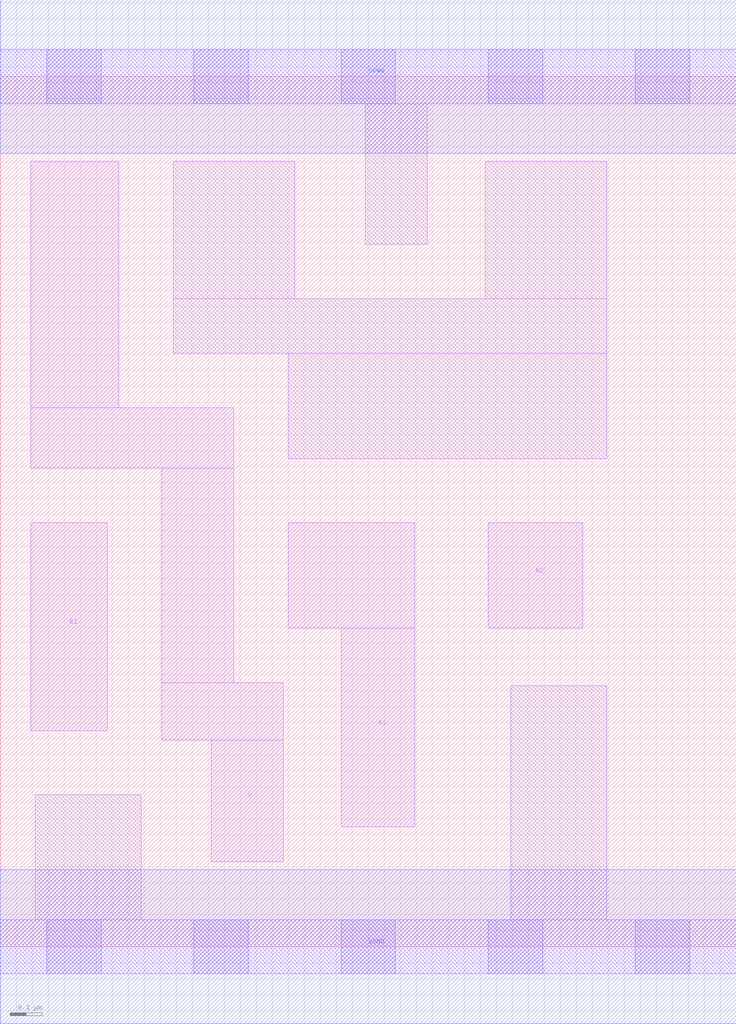
<source format=lef>
# Copyright 2020 The SkyWater PDK Authors
#
# Licensed under the Apache License, Version 2.0 (the "License");
# you may not use this file except in compliance with the License.
# You may obtain a copy of the License at
#
#     https://www.apache.org/licenses/LICENSE-2.0
#
# Unless required by applicable law or agreed to in writing, software
# distributed under the License is distributed on an "AS IS" BASIS,
# WITHOUT WARRANTIES OR CONDITIONS OF ANY KIND, either express or implied.
# See the License for the specific language governing permissions and
# limitations under the License.
#
# SPDX-License-Identifier: Apache-2.0

VERSION 5.7 ;
  NAMESCASESENSITIVE ON ;
  NOWIREEXTENSIONATPIN ON ;
  DIVIDERCHAR "/" ;
  BUSBITCHARS "[]" ;
UNITS
  DATABASE MICRONS 200 ;
END UNITS
PROPERTYDEFINITIONS
  MACRO maskLayoutSubType STRING ;
  MACRO prCellType STRING ;
  MACRO originalViewName STRING ;
END PROPERTYDEFINITIONS
MACRO sky130_fd_sc_hdll__a21oi_1
  CLASS CORE ;
  FOREIGN sky130_fd_sc_hdll__a21oi_1 ;
  ORIGIN  0.000000  0.000000 ;
  SIZE  2.300000 BY  2.720000 ;
  SYMMETRY X Y R90 ;
  SITE unithd ;
  PIN A1
    ANTENNAGATEAREA  0.277500 ;
    DIRECTION INPUT ;
    USE SIGNAL ;
    PORT
      LAYER li1 ;
        RECT 0.900000 0.995000 1.295000 1.325000 ;
        RECT 1.065000 0.375000 1.295000 0.995000 ;
    END
  END A1
  PIN A2
    ANTENNAGATEAREA  0.277500 ;
    DIRECTION INPUT ;
    USE SIGNAL ;
    PORT
      LAYER li1 ;
        RECT 1.525000 0.995000 1.820000 1.325000 ;
    END
  END A2
  PIN B1
    ANTENNAGATEAREA  0.277500 ;
    DIRECTION INPUT ;
    USE SIGNAL ;
    PORT
      LAYER li1 ;
        RECT 0.095000 0.675000 0.335000 1.325000 ;
    END
  END B1
  PIN Y
    ANTENNADIFFAREA  0.489500 ;
    DIRECTION OUTPUT ;
    USE SIGNAL ;
    PORT
      LAYER li1 ;
        RECT 0.095000 1.495000 0.730000 1.685000 ;
        RECT 0.095000 1.685000 0.370000 2.455000 ;
        RECT 0.505000 0.645000 0.885000 0.825000 ;
        RECT 0.505000 0.825000 0.730000 1.495000 ;
        RECT 0.660000 0.265000 0.885000 0.645000 ;
    END
  END Y
  PIN VGND
    DIRECTION INOUT ;
    USE GROUND ;
    PORT
      LAYER met1 ;
        RECT 0.000000 -0.240000 2.300000 0.240000 ;
    END
  END VGND
  PIN VPWR
    DIRECTION INOUT ;
    USE POWER ;
    PORT
      LAYER met1 ;
        RECT 0.000000 2.480000 2.300000 2.960000 ;
    END
  END VPWR
  OBS
    LAYER li1 ;
      RECT 0.000000 -0.085000 2.300000 0.085000 ;
      RECT 0.000000  2.635000 2.300000 2.805000 ;
      RECT 0.110000  0.085000 0.440000 0.475000 ;
      RECT 0.540000  1.855000 1.895000 2.025000 ;
      RECT 0.540000  2.025000 0.920000 2.455000 ;
      RECT 0.900000  1.525000 1.895000 1.855000 ;
      RECT 1.140000  2.195000 1.335000 2.635000 ;
      RECT 1.515000  2.025000 1.895000 2.455000 ;
      RECT 1.595000  0.085000 1.895000 0.815000 ;
    LAYER mcon ;
      RECT 0.145000 -0.085000 0.315000 0.085000 ;
      RECT 0.145000  2.635000 0.315000 2.805000 ;
      RECT 0.605000 -0.085000 0.775000 0.085000 ;
      RECT 0.605000  2.635000 0.775000 2.805000 ;
      RECT 1.065000 -0.085000 1.235000 0.085000 ;
      RECT 1.065000  2.635000 1.235000 2.805000 ;
      RECT 1.525000 -0.085000 1.695000 0.085000 ;
      RECT 1.525000  2.635000 1.695000 2.805000 ;
      RECT 1.985000 -0.085000 2.155000 0.085000 ;
      RECT 1.985000  2.635000 2.155000 2.805000 ;
  END
  PROPERTY maskLayoutSubType "abstract" ;
  PROPERTY prCellType "standard" ;
  PROPERTY originalViewName "layout" ;
END sky130_fd_sc_hdll__a21oi_1

</source>
